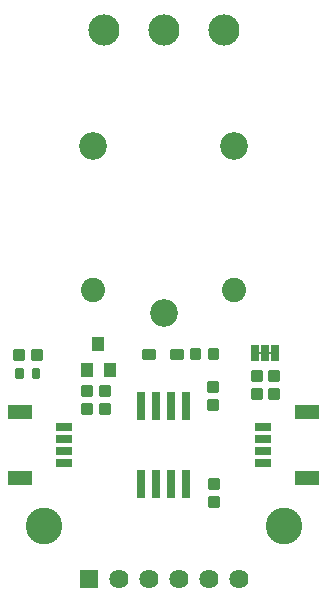
<source format=gbr>
G04 EAGLE Gerber RS-274X export*
G75*
%MOMM*%
%FSLAX34Y34*%
%LPD*%
%AMOC8*
5,1,8,0,0,1.08239X$1,22.5*%
G01*
%ADD10C,3.101600*%
%ADD11C,0.326897*%
%ADD12C,0.257809*%
%ADD13C,0.297525*%
%ADD14C,2.641600*%
%ADD15R,1.451600X0.701600*%
%ADD16R,2.101600X1.301600*%
%ADD17R,1.625600X1.625600*%
%ADD18C,1.625600*%
%ADD19R,0.736600X1.371600*%
%ADD20C,0.203200*%
%ADD21R,1.101600X1.201600*%
%ADD22C,2.351600*%
%ADD23C,2.051600*%
%ADD24R,0.701600X2.387600*%


D10*
X35000Y60000D03*
X238200Y60000D03*
D11*
X182501Y76629D02*
X182501Y83267D01*
X182501Y76629D02*
X175863Y76629D01*
X175863Y83267D01*
X182501Y83267D01*
X182501Y79735D02*
X175863Y79735D01*
X175863Y82841D02*
X182501Y82841D01*
X182501Y91869D02*
X182501Y98507D01*
X182501Y91869D02*
X175863Y91869D01*
X175863Y98507D01*
X182501Y98507D01*
X182501Y94975D02*
X175863Y94975D01*
X175863Y98081D02*
X182501Y98081D01*
D12*
X30509Y192683D02*
X25721Y192683D01*
X30509Y192683D02*
X30509Y186245D01*
X25721Y186245D01*
X25721Y192683D01*
X25721Y188694D02*
X30509Y188694D01*
X30509Y191143D02*
X25721Y191143D01*
X16539Y192683D02*
X11751Y192683D01*
X16539Y192683D02*
X16539Y186245D01*
X11751Y186245D01*
X11751Y192683D01*
X11751Y188694D02*
X16539Y188694D01*
X16539Y191143D02*
X11751Y191143D01*
D13*
X120171Y202191D02*
X128213Y202191D01*
X120171Y202191D02*
X120171Y208233D01*
X128213Y208233D01*
X128213Y202191D01*
X128213Y205017D02*
X120171Y205017D01*
X120171Y207843D02*
X128213Y207843D01*
X144171Y202191D02*
X152213Y202191D01*
X144171Y202191D02*
X144171Y208233D01*
X152213Y208233D01*
X152213Y202191D01*
X152213Y205017D02*
X144171Y205017D01*
X144171Y207843D02*
X152213Y207843D01*
D14*
X85800Y480000D03*
X136600Y480000D03*
X187400Y480000D03*
D15*
X52000Y143500D03*
X52000Y133500D03*
X52000Y123500D03*
X52000Y113500D03*
D16*
X15250Y100500D03*
X15250Y156500D03*
D15*
X221200Y113500D03*
X221200Y123500D03*
X221200Y133500D03*
X221200Y143500D03*
D16*
X257950Y156500D03*
X257950Y100500D03*
D17*
X73100Y15000D03*
D18*
X98500Y15000D03*
X123900Y15000D03*
X149300Y15000D03*
X174700Y15000D03*
X200100Y15000D03*
D19*
X230584Y206776D03*
X222456Y206776D03*
X214328Y206776D03*
D20*
X213566Y206776D02*
X231092Y206776D01*
D21*
X72038Y191880D03*
X91038Y191880D03*
X81538Y213880D03*
D11*
X160305Y201893D02*
X166943Y201893D01*
X160305Y201893D02*
X160305Y208531D01*
X166943Y208531D01*
X166943Y201893D01*
X166943Y204999D02*
X160305Y204999D01*
X160305Y208105D02*
X166943Y208105D01*
X175545Y201893D02*
X182183Y201893D01*
X175545Y201893D02*
X175545Y208531D01*
X182183Y208531D01*
X182183Y201893D01*
X182183Y204999D02*
X175545Y204999D01*
X175545Y208105D02*
X182183Y208105D01*
X32735Y208317D02*
X26097Y208317D01*
X32735Y208317D02*
X32735Y201679D01*
X26097Y201679D01*
X26097Y208317D01*
X26097Y204785D02*
X32735Y204785D01*
X32735Y207891D02*
X26097Y207891D01*
X17495Y208317D02*
X10857Y208317D01*
X17495Y208317D02*
X17495Y201679D01*
X10857Y201679D01*
X10857Y208317D01*
X10857Y204785D02*
X17495Y204785D01*
X17495Y207891D02*
X10857Y207891D01*
X68611Y155919D02*
X75249Y155919D01*
X68611Y155919D02*
X68611Y162557D01*
X75249Y162557D01*
X75249Y155919D01*
X75249Y159025D02*
X68611Y159025D01*
X68611Y162131D02*
X75249Y162131D01*
X83851Y155919D02*
X90489Y155919D01*
X83851Y155919D02*
X83851Y162557D01*
X90489Y162557D01*
X90489Y155919D01*
X90489Y159025D02*
X83851Y159025D01*
X83851Y162131D02*
X90489Y162131D01*
X218985Y168687D02*
X218985Y175325D01*
X218985Y168687D02*
X212347Y168687D01*
X212347Y175325D01*
X218985Y175325D01*
X218985Y171793D02*
X212347Y171793D01*
X212347Y174899D02*
X218985Y174899D01*
X218985Y183927D02*
X218985Y190565D01*
X218985Y183927D02*
X212347Y183927D01*
X212347Y190565D01*
X218985Y190565D01*
X218985Y187033D02*
X212347Y187033D01*
X212347Y190139D02*
X218985Y190139D01*
X233717Y175325D02*
X233717Y168687D01*
X227079Y168687D01*
X227079Y175325D01*
X233717Y175325D01*
X233717Y171793D02*
X227079Y171793D01*
X227079Y174899D02*
X233717Y174899D01*
X233717Y183927D02*
X233717Y190565D01*
X233717Y183927D02*
X227079Y183927D01*
X227079Y190565D01*
X233717Y190565D01*
X233717Y187033D02*
X227079Y187033D01*
X227079Y190139D02*
X233717Y190139D01*
X182155Y165673D02*
X182155Y159035D01*
X175517Y159035D01*
X175517Y165673D01*
X182155Y165673D01*
X182155Y162141D02*
X175517Y162141D01*
X175517Y165247D02*
X182155Y165247D01*
X182155Y174275D02*
X182155Y180913D01*
X182155Y174275D02*
X175517Y174275D01*
X175517Y180913D01*
X182155Y180913D01*
X182155Y177381D02*
X175517Y177381D01*
X175517Y180487D02*
X182155Y180487D01*
X75287Y170621D02*
X68649Y170621D01*
X68649Y177259D01*
X75287Y177259D01*
X75287Y170621D01*
X75287Y173727D02*
X68649Y173727D01*
X68649Y176833D02*
X75287Y176833D01*
X83889Y170621D02*
X90527Y170621D01*
X83889Y170621D02*
X83889Y177259D01*
X90527Y177259D01*
X90527Y170621D01*
X90527Y173727D02*
X83889Y173727D01*
X83889Y176833D02*
X90527Y176833D01*
D22*
X136600Y240000D03*
X76600Y382000D03*
X196600Y382000D03*
D23*
X76600Y260000D03*
X196600Y260000D03*
D24*
X142850Y161700D03*
X142850Y95100D03*
X155550Y161700D03*
X130150Y161700D03*
X117450Y161700D03*
X155550Y95100D03*
X130150Y95100D03*
X117450Y95100D03*
M02*

</source>
